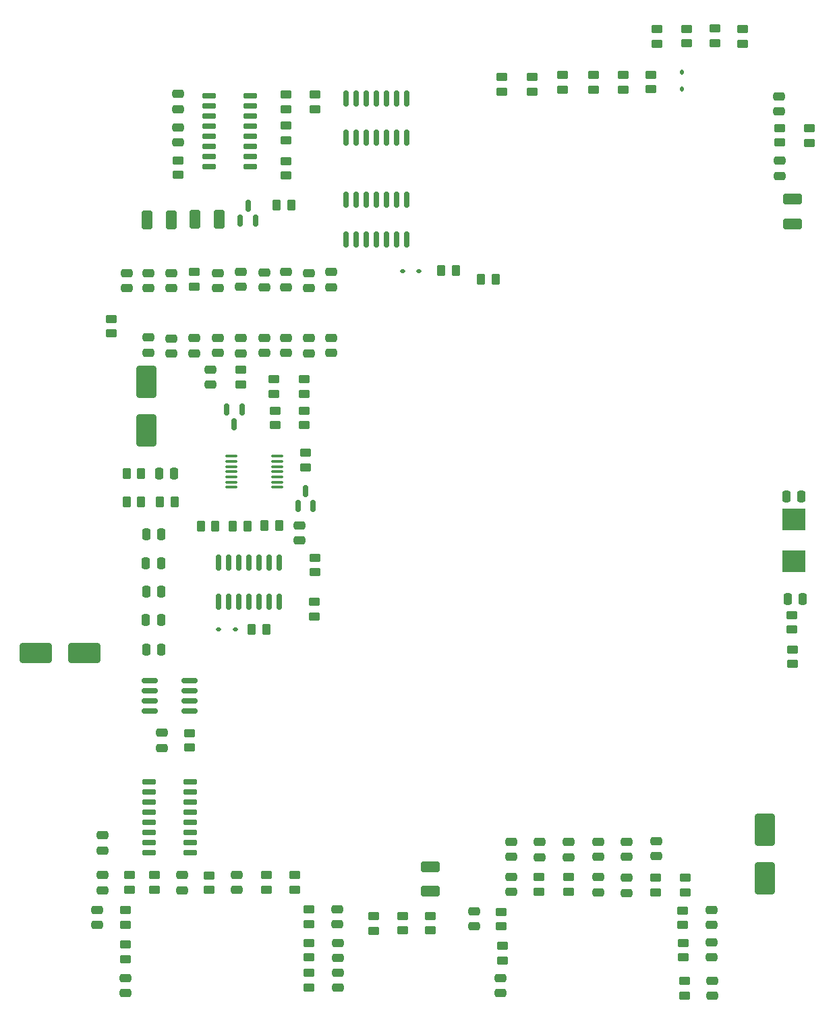
<source format=gbr>
%TF.GenerationSoftware,KiCad,Pcbnew,8.0.4*%
%TF.CreationDate,2024-08-19T15:35:32+02:00*%
%TF.ProjectId,LogicBoard 3GE,4c6f6769-6342-46f6-9172-64203347452e,rev?*%
%TF.SameCoordinates,Original*%
%TF.FileFunction,Paste,Top*%
%TF.FilePolarity,Positive*%
%FSLAX46Y46*%
G04 Gerber Fmt 4.6, Leading zero omitted, Abs format (unit mm)*
G04 Created by KiCad (PCBNEW 8.0.4) date 2024-08-19 15:35:32*
%MOMM*%
%LPD*%
G01*
G04 APERTURE LIST*
G04 Aperture macros list*
%AMRoundRect*
0 Rectangle with rounded corners*
0 $1 Rounding radius*
0 $2 $3 $4 $5 $6 $7 $8 $9 X,Y pos of 4 corners*
0 Add a 4 corners polygon primitive as box body*
4,1,4,$2,$3,$4,$5,$6,$7,$8,$9,$2,$3,0*
0 Add four circle primitives for the rounded corners*
1,1,$1+$1,$2,$3*
1,1,$1+$1,$4,$5*
1,1,$1+$1,$6,$7*
1,1,$1+$1,$8,$9*
0 Add four rect primitives between the rounded corners*
20,1,$1+$1,$2,$3,$4,$5,0*
20,1,$1+$1,$4,$5,$6,$7,0*
20,1,$1+$1,$6,$7,$8,$9,0*
20,1,$1+$1,$8,$9,$2,$3,0*%
G04 Aperture macros list end*
%ADD10RoundRect,0.250000X0.925000X-0.412500X0.925000X0.412500X-0.925000X0.412500X-0.925000X-0.412500X0*%
%ADD11RoundRect,0.250000X-0.450000X0.262500X-0.450000X-0.262500X0.450000X-0.262500X0.450000X0.262500X0*%
%ADD12RoundRect,0.250000X-0.475000X0.250000X-0.475000X-0.250000X0.475000X-0.250000X0.475000X0.250000X0*%
%ADD13RoundRect,0.250000X-1.000000X1.750000X-1.000000X-1.750000X1.000000X-1.750000X1.000000X1.750000X0*%
%ADD14RoundRect,0.250000X0.450000X-0.262500X0.450000X0.262500X-0.450000X0.262500X-0.450000X-0.262500X0*%
%ADD15RoundRect,0.112500X0.187500X0.112500X-0.187500X0.112500X-0.187500X-0.112500X0.187500X-0.112500X0*%
%ADD16RoundRect,0.250000X0.262500X0.450000X-0.262500X0.450000X-0.262500X-0.450000X0.262500X-0.450000X0*%
%ADD17RoundRect,0.250000X-0.925000X0.412500X-0.925000X-0.412500X0.925000X-0.412500X0.925000X0.412500X0*%
%ADD18RoundRect,0.112500X-0.187500X-0.112500X0.187500X-0.112500X0.187500X0.112500X-0.187500X0.112500X0*%
%ADD19RoundRect,0.250000X0.475000X-0.250000X0.475000X0.250000X-0.475000X0.250000X-0.475000X-0.250000X0*%
%ADD20RoundRect,0.112500X-0.112500X0.187500X-0.112500X-0.187500X0.112500X-0.187500X0.112500X0.187500X0*%
%ADD21RoundRect,0.250000X-0.250000X-0.475000X0.250000X-0.475000X0.250000X0.475000X-0.250000X0.475000X0*%
%ADD22RoundRect,0.150000X0.150000X-0.587500X0.150000X0.587500X-0.150000X0.587500X-0.150000X-0.587500X0*%
%ADD23RoundRect,0.250000X0.250000X0.475000X-0.250000X0.475000X-0.250000X-0.475000X0.250000X-0.475000X0*%
%ADD24RoundRect,0.250000X-0.262500X-0.450000X0.262500X-0.450000X0.262500X0.450000X-0.262500X0.450000X0*%
%ADD25RoundRect,0.150000X-0.150000X0.825000X-0.150000X-0.825000X0.150000X-0.825000X0.150000X0.825000X0*%
%ADD26RoundRect,0.250000X-0.412500X-0.925000X0.412500X-0.925000X0.412500X0.925000X-0.412500X0.925000X0*%
%ADD27RoundRect,0.150000X0.725000X0.150000X-0.725000X0.150000X-0.725000X-0.150000X0.725000X-0.150000X0*%
%ADD28RoundRect,0.150000X-0.150000X0.587500X-0.150000X-0.587500X0.150000X-0.587500X0.150000X0.587500X0*%
%ADD29RoundRect,0.150000X0.825000X0.150000X-0.825000X0.150000X-0.825000X-0.150000X0.825000X-0.150000X0*%
%ADD30RoundRect,0.250000X1.750000X1.000000X-1.750000X1.000000X-1.750000X-1.000000X1.750000X-1.000000X0*%
%ADD31RoundRect,0.100000X0.637500X0.100000X-0.637500X0.100000X-0.637500X-0.100000X0.637500X-0.100000X0*%
%ADD32R,3.000000X2.800000*%
G04 APERTURE END LIST*
D10*
%TO.C,C323*%
X101730000Y-151060000D03*
X101730000Y-147985000D03*
%TD*%
D11*
%TO.C,R327*%
X101720000Y-154165000D03*
X101720000Y-155990000D03*
%TD*%
%TO.C,R313*%
X130040000Y-149395000D03*
X130040000Y-151220000D03*
%TD*%
D12*
%TO.C,C232*%
X110560000Y-161970000D03*
X110560000Y-163870000D03*
%TD*%
%TO.C,C311*%
X126410000Y-149400000D03*
X126410000Y-151300000D03*
%TD*%
%TO.C,C209*%
X89300000Y-75260000D03*
X89300000Y-73360000D03*
%TD*%
D11*
%TO.C,R346*%
X137510000Y-42790000D03*
X137510000Y-44615000D03*
%TD*%
D12*
%TO.C,C302*%
X70105000Y-50997500D03*
X70105000Y-52897500D03*
%TD*%
D13*
%TO.C,C211*%
X143750000Y-143330000D03*
X143750000Y-149430000D03*
%TD*%
D11*
%TO.C,R226*%
X110750000Y-48865000D03*
X110750000Y-50690000D03*
%TD*%
D14*
%TO.C,R312*%
X133710000Y-149385000D03*
X133710000Y-151210000D03*
%TD*%
%TO.C,R341*%
X140980000Y-44675000D03*
X140980000Y-42850000D03*
%TD*%
D11*
%TO.C,R225*%
X133630000Y-164150000D03*
X133630000Y-162325000D03*
%TD*%
D15*
%TO.C,D301*%
X98230000Y-73210000D03*
X100330000Y-73210000D03*
%TD*%
D11*
%TO.C,R338*%
X83655000Y-51070000D03*
X83655000Y-52895000D03*
%TD*%
D16*
%TO.C,R314*%
X104920000Y-73170000D03*
X103095000Y-73170000D03*
%TD*%
D12*
%TO.C,C303*%
X70105000Y-55187500D03*
X70105000Y-57087500D03*
%TD*%
D11*
%TO.C,R224*%
X133490000Y-157560000D03*
X133490000Y-159385000D03*
%TD*%
D12*
%TO.C,C230*%
X63510000Y-163850000D03*
X63510000Y-161950000D03*
%TD*%
D16*
%TO.C,R320*%
X69620000Y-102210000D03*
X67795000Y-102210000D03*
%TD*%
D12*
%TO.C,C234*%
X80890000Y-83500000D03*
X80890000Y-81600000D03*
%TD*%
D17*
%TO.C,C228*%
X147240000Y-64225000D03*
X147240000Y-67300000D03*
%TD*%
D18*
%TO.C,D302*%
X75140000Y-118190000D03*
X77240000Y-118190000D03*
%TD*%
D12*
%TO.C,C204*%
X75090000Y-73460000D03*
X75090000Y-75360000D03*
%TD*%
D14*
%TO.C,R343*%
X125920000Y-50460000D03*
X125920000Y-48635000D03*
%TD*%
D11*
%TO.C,R322*%
X87240000Y-109195000D03*
X87240000Y-111020000D03*
%TD*%
%TO.C,R216*%
X82060000Y-88615000D03*
X82060000Y-86790000D03*
%TD*%
%TO.C,R339*%
X83655000Y-54985000D03*
X83655000Y-56810000D03*
%TD*%
D19*
%TO.C,C219*%
X90080000Y-153330000D03*
X90080000Y-155230000D03*
%TD*%
%TO.C,C328*%
X130100000Y-144790000D03*
X130100000Y-146690000D03*
%TD*%
D20*
%TO.C,D201*%
X133300000Y-48290000D03*
X133300000Y-50390000D03*
%TD*%
D19*
%TO.C,C314*%
X66330000Y-81580000D03*
X66330000Y-83480000D03*
%TD*%
D11*
%TO.C,R345*%
X133950000Y-42825000D03*
X133950000Y-44650000D03*
%TD*%
D19*
%TO.C,C218*%
X59880000Y-153380000D03*
X59880000Y-155280000D03*
%TD*%
%TO.C,C236*%
X83610000Y-83500000D03*
X83610000Y-81600000D03*
%TD*%
D11*
%TO.C,R210*%
X147220000Y-120715000D03*
X147220000Y-122540000D03*
%TD*%
%TO.C,R321*%
X87200000Y-114750000D03*
X87200000Y-116575000D03*
%TD*%
%TO.C,R218*%
X63490000Y-155280000D03*
X63490000Y-153455000D03*
%TD*%
D12*
%TO.C,C312*%
X85350000Y-105140000D03*
X85350000Y-107040000D03*
%TD*%
D19*
%TO.C,C229*%
X145540000Y-53190000D03*
X145540000Y-51290000D03*
%TD*%
D12*
%TO.C,C308*%
X70550000Y-149027500D03*
X70550000Y-150927500D03*
%TD*%
D11*
%TO.C,R220*%
X86530000Y-159385000D03*
X86530000Y-157560000D03*
%TD*%
D21*
%TO.C,C210*%
X146410000Y-101540000D03*
X148310000Y-101540000D03*
%TD*%
D22*
%TO.C,Q301*%
X86080000Y-100855000D03*
X87030000Y-102730000D03*
X85130000Y-102730000D03*
%TD*%
D23*
%TO.C,C304*%
X67950000Y-109940000D03*
X66050000Y-109940000D03*
%TD*%
D24*
%TO.C,R318*%
X80910000Y-105160000D03*
X82735000Y-105160000D03*
%TD*%
D25*
%TO.C,IC203*%
X98800000Y-64280000D03*
X97530000Y-64280000D03*
X96260000Y-64280000D03*
X94990000Y-64280000D03*
X93720000Y-64280000D03*
X92450000Y-64280000D03*
X91180000Y-64280000D03*
X91180000Y-69230000D03*
X92450000Y-69230000D03*
X93720000Y-69230000D03*
X94990000Y-69230000D03*
X96260000Y-69230000D03*
X97530000Y-69230000D03*
X98800000Y-69230000D03*
%TD*%
D12*
%TO.C,C233*%
X111880000Y-149250000D03*
X111880000Y-151150000D03*
%TD*%
D11*
%TO.C,R217*%
X85940000Y-86825000D03*
X85940000Y-88650000D03*
%TD*%
%TO.C,R340*%
X83655000Y-61230000D03*
X83655000Y-59405000D03*
%TD*%
D24*
%TO.C,R315*%
X79305000Y-118220000D03*
X81130000Y-118220000D03*
%TD*%
D14*
%TO.C,R336*%
X67150000Y-150870000D03*
X67150000Y-149045000D03*
%TD*%
D16*
%TO.C,R207*%
X109950000Y-74230000D03*
X108125000Y-74230000D03*
%TD*%
D11*
%TO.C,R309*%
X81180000Y-149015000D03*
X81180000Y-150840000D03*
%TD*%
D19*
%TO.C,C315*%
X68070000Y-133075000D03*
X68070000Y-131175000D03*
%TD*%
D11*
%TO.C,R344*%
X130170000Y-42875000D03*
X130170000Y-44700000D03*
%TD*%
D26*
%TO.C,C227*%
X72205000Y-66750000D03*
X75280000Y-66750000D03*
%TD*%
D19*
%TO.C,C320*%
X63600000Y-75360000D03*
X63600000Y-73460000D03*
%TD*%
D16*
%TO.C,R305*%
X84260000Y-64950000D03*
X82435000Y-64950000D03*
%TD*%
D11*
%TO.C,R201*%
X149340000Y-57130000D03*
X149340000Y-55305000D03*
%TD*%
D27*
%TO.C,IC301*%
X79105000Y-60115000D03*
X79105000Y-58845000D03*
X79105000Y-57575000D03*
X79105000Y-56305000D03*
X79105000Y-55035000D03*
X79105000Y-53765000D03*
X79105000Y-52495000D03*
X79105000Y-51225000D03*
X73955000Y-51225000D03*
X73955000Y-52495000D03*
X73955000Y-53765000D03*
X73955000Y-55035000D03*
X73955000Y-56305000D03*
X73955000Y-57575000D03*
X73955000Y-58845000D03*
X73955000Y-60115000D03*
%TD*%
D12*
%TO.C,C226*%
X77970000Y-81630000D03*
X77970000Y-83530000D03*
%TD*%
D19*
%TO.C,C324*%
X72120000Y-83540000D03*
X72120000Y-81640000D03*
%TD*%
D14*
%TO.C,R208*%
X145570000Y-57085000D03*
X145570000Y-55260000D03*
%TD*%
D28*
%TO.C,Q302*%
X78080000Y-90622500D03*
X76180000Y-90622500D03*
X77130000Y-92497500D03*
%TD*%
D11*
%TO.C,R311*%
X119080000Y-151115000D03*
X119080000Y-149290000D03*
%TD*%
D12*
%TO.C,C310*%
X122830000Y-151190000D03*
X122830000Y-149290000D03*
%TD*%
%TO.C,C203*%
X115420000Y-144900000D03*
X115420000Y-146800000D03*
%TD*%
D16*
%TO.C,R319*%
X65425000Y-98670000D03*
X63600000Y-98670000D03*
%TD*%
D11*
%TO.C,R205*%
X63490000Y-159595000D03*
X63490000Y-157770000D03*
%TD*%
%TO.C,R219*%
X86540000Y-155172500D03*
X86540000Y-153347500D03*
%TD*%
D12*
%TO.C,C215*%
X137010000Y-153420000D03*
X137010000Y-155320000D03*
%TD*%
%TO.C,C216*%
X137050000Y-157470000D03*
X137050000Y-159370000D03*
%TD*%
D11*
%TO.C,R332*%
X77910000Y-85645000D03*
X77910000Y-87470000D03*
%TD*%
D12*
%TO.C,C224*%
X145580000Y-59380000D03*
X145580000Y-61280000D03*
%TD*%
D11*
%TO.C,R222*%
X110620000Y-153635000D03*
X110620000Y-155460000D03*
%TD*%
D19*
%TO.C,C220*%
X90110000Y-157542500D03*
X90110000Y-159442500D03*
%TD*%
D23*
%TO.C,C222*%
X148480000Y-114360000D03*
X146580000Y-114360000D03*
%TD*%
D12*
%TO.C,C206*%
X80890000Y-73380000D03*
X80890000Y-75280000D03*
%TD*%
%TO.C,C223*%
X69250000Y-81680000D03*
X69250000Y-83580000D03*
%TD*%
%TO.C,C225*%
X75090000Y-81600000D03*
X75090000Y-83500000D03*
%TD*%
D22*
%TO.C,Q303*%
X77905000Y-66875000D03*
X79805000Y-66875000D03*
X78855000Y-65000000D03*
%TD*%
D19*
%TO.C,C208*%
X86530000Y-75360000D03*
X86530000Y-73460000D03*
%TD*%
%TO.C,C301*%
X86530000Y-83550000D03*
X86530000Y-81650000D03*
%TD*%
D12*
%TO.C,C214*%
X107210000Y-153555000D03*
X107210000Y-155455000D03*
%TD*%
D14*
%TO.C,R304*%
X70075000Y-61172500D03*
X70075000Y-59347500D03*
%TD*%
D11*
%TO.C,R221*%
X86520000Y-163132500D03*
X86520000Y-161307500D03*
%TD*%
D12*
%TO.C,C325*%
X60600000Y-144040000D03*
X60600000Y-145940000D03*
%TD*%
D19*
%TO.C,C221*%
X90120000Y-161290000D03*
X90120000Y-163190000D03*
%TD*%
D26*
%TO.C,C238*%
X69270000Y-66840000D03*
X66195000Y-66840000D03*
%TD*%
D12*
%TO.C,C207*%
X83610000Y-73360000D03*
X83610000Y-75260000D03*
%TD*%
D19*
%TO.C,C317*%
X111880000Y-146770000D03*
X111880000Y-144870000D03*
%TD*%
D14*
%TO.C,R203*%
X72090000Y-73330000D03*
X72090000Y-75155000D03*
%TD*%
%TO.C,R209*%
X147120000Y-118230000D03*
X147120000Y-116405000D03*
%TD*%
%TO.C,R303*%
X71500000Y-133050000D03*
X71500000Y-131225000D03*
%TD*%
D12*
%TO.C,C235*%
X122830000Y-144860000D03*
X122830000Y-146760000D03*
%TD*%
D21*
%TO.C,C307*%
X67970000Y-120770000D03*
X66070000Y-120770000D03*
%TD*%
D29*
%TO.C,IC304*%
X71510000Y-128475000D03*
X71510000Y-127205000D03*
X71510000Y-125935000D03*
X71510000Y-124665000D03*
X66560000Y-124665000D03*
X66560000Y-125935000D03*
X66560000Y-127205000D03*
X66560000Y-128475000D03*
%TD*%
D19*
%TO.C,C321*%
X119100000Y-146800000D03*
X119100000Y-144900000D03*
%TD*%
D11*
%TO.C,R214*%
X118320000Y-50460000D03*
X118320000Y-48635000D03*
%TD*%
D14*
%TO.C,R325*%
X82240000Y-92565000D03*
X82240000Y-90740000D03*
%TD*%
%TO.C,R342*%
X129410000Y-50410000D03*
X129410000Y-48585000D03*
%TD*%
D25*
%TO.C,IC202*%
X98760000Y-51550000D03*
X97490000Y-51550000D03*
X96220000Y-51550000D03*
X94950000Y-51550000D03*
X93680000Y-51550000D03*
X92410000Y-51550000D03*
X91140000Y-51550000D03*
X91140000Y-56500000D03*
X92410000Y-56500000D03*
X93680000Y-56500000D03*
X94950000Y-56500000D03*
X96220000Y-56500000D03*
X97490000Y-56500000D03*
X98760000Y-56500000D03*
%TD*%
D14*
%TO.C,R330*%
X98300000Y-155980000D03*
X98300000Y-154155000D03*
%TD*%
%TO.C,R323*%
X86100000Y-97875000D03*
X86100000Y-96050000D03*
%TD*%
D25*
%TO.C,IC303*%
X82750000Y-109820000D03*
X81480000Y-109820000D03*
X80210000Y-109820000D03*
X78940000Y-109820000D03*
X77670000Y-109820000D03*
X76400000Y-109820000D03*
X75130000Y-109820000D03*
X75130000Y-114770000D03*
X76400000Y-114770000D03*
X77670000Y-114770000D03*
X78940000Y-114770000D03*
X80210000Y-114770000D03*
X81480000Y-114770000D03*
X82750000Y-114770000D03*
%TD*%
D21*
%TO.C,C306*%
X67940000Y-117030000D03*
X66040000Y-117030000D03*
%TD*%
D19*
%TO.C,C316*%
X89300000Y-81590000D03*
X89300000Y-83490000D03*
%TD*%
D12*
%TO.C,C326*%
X74150000Y-85570000D03*
X74150000Y-87470000D03*
%TD*%
D21*
%TO.C,C305*%
X66070000Y-113470000D03*
X67970000Y-113470000D03*
%TD*%
D30*
%TO.C,C213*%
X58320000Y-121160000D03*
X52220000Y-121160000D03*
%TD*%
D19*
%TO.C,C237*%
X126380000Y-146730000D03*
X126380000Y-144830000D03*
%TD*%
D31*
%TO.C,IC305*%
X82490000Y-100370000D03*
X82490000Y-99720000D03*
X82490000Y-99070000D03*
X82490000Y-98420000D03*
X82490000Y-97770000D03*
X82490000Y-97120000D03*
X82490000Y-96470000D03*
X76765000Y-96470000D03*
X76765000Y-97120000D03*
X76765000Y-97770000D03*
X76765000Y-98420000D03*
X76765000Y-99070000D03*
X76765000Y-99720000D03*
X76765000Y-100370000D03*
%TD*%
D23*
%TO.C,C327*%
X68000000Y-106240000D03*
X66100000Y-106240000D03*
%TD*%
D27*
%TO.C,IC302*%
X71610000Y-146210000D03*
X71610000Y-144940000D03*
X71610000Y-143670000D03*
X71610000Y-142400000D03*
X71610000Y-141130000D03*
X71610000Y-139860000D03*
X71610000Y-138590000D03*
X71610000Y-137320000D03*
X66460000Y-137320000D03*
X66460000Y-138590000D03*
X66460000Y-139860000D03*
X66460000Y-141130000D03*
X66460000Y-142400000D03*
X66460000Y-143670000D03*
X66460000Y-144940000D03*
X66460000Y-146210000D03*
%TD*%
D11*
%TO.C,R301*%
X61680000Y-79235000D03*
X61680000Y-81060000D03*
%TD*%
D14*
%TO.C,R329*%
X94610000Y-156050000D03*
X94610000Y-154225000D03*
%TD*%
D11*
%TO.C,R324*%
X85920000Y-90760000D03*
X85920000Y-92585000D03*
%TD*%
D16*
%TO.C,R316*%
X74740000Y-105270000D03*
X72915000Y-105270000D03*
%TD*%
D11*
%TO.C,R215*%
X122240000Y-48635000D03*
X122240000Y-50460000D03*
%TD*%
D13*
%TO.C,C212*%
X66100000Y-87120000D03*
X66100000Y-93220000D03*
%TD*%
D24*
%TO.C,R334*%
X63630000Y-102220000D03*
X65455000Y-102220000D03*
%TD*%
D11*
%TO.C,R202*%
X87290000Y-51100000D03*
X87290000Y-52925000D03*
%TD*%
D23*
%TO.C,C313*%
X69580000Y-98670000D03*
X67680000Y-98670000D03*
%TD*%
D16*
%TO.C,R317*%
X78760000Y-105270000D03*
X76935000Y-105270000D03*
%TD*%
D11*
%TO.C,R206*%
X114550000Y-48855000D03*
X114550000Y-50680000D03*
%TD*%
D12*
%TO.C,C201*%
X66330000Y-75355000D03*
X66330000Y-73455000D03*
%TD*%
%TO.C,C309*%
X77470000Y-148997500D03*
X77470000Y-150897500D03*
%TD*%
D19*
%TO.C,C231*%
X60600000Y-150927500D03*
X60600000Y-149027500D03*
%TD*%
D14*
%TO.C,R204*%
X110820000Y-159770000D03*
X110820000Y-157945000D03*
%TD*%
D12*
%TO.C,C205*%
X77970000Y-73310000D03*
X77970000Y-75210000D03*
%TD*%
D11*
%TO.C,R223*%
X133410000Y-153477500D03*
X133410000Y-155302500D03*
%TD*%
D12*
%TO.C,C202*%
X69250000Y-73495000D03*
X69250000Y-75395000D03*
%TD*%
%TO.C,C217*%
X137140000Y-162270000D03*
X137140000Y-164170000D03*
%TD*%
D11*
%TO.C,R306*%
X63970000Y-149045000D03*
X63970000Y-150870000D03*
%TD*%
%TO.C,R308*%
X84730000Y-149015000D03*
X84730000Y-150840000D03*
%TD*%
D14*
%TO.C,R310*%
X115410000Y-151125000D03*
X115410000Y-149300000D03*
%TD*%
D32*
%TO.C,Y201*%
X147360000Y-104410000D03*
X147360000Y-109610000D03*
%TD*%
D11*
%TO.C,R307*%
X73960000Y-149085000D03*
X73960000Y-150910000D03*
%TD*%
M02*

</source>
